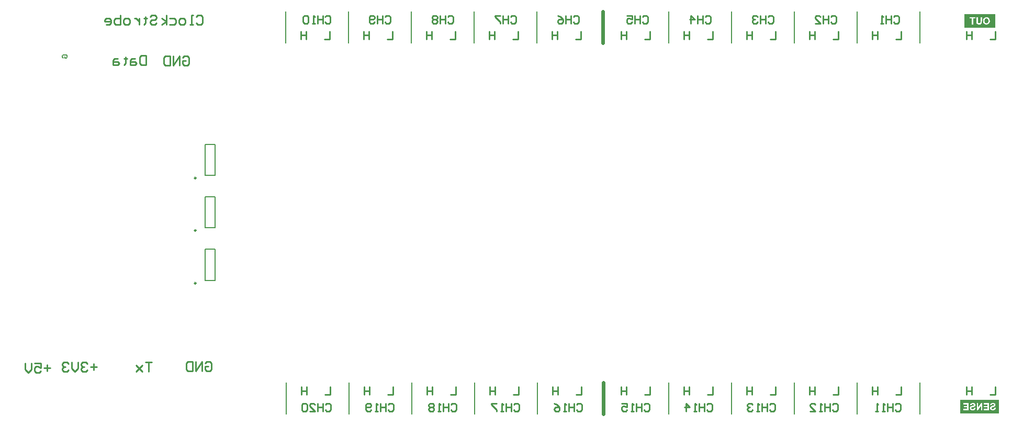
<source format=gbr>
%TF.GenerationSoftware,Altium Limited,Altium Designer,20.0.1 (14)*%
G04 Layer_Color=32896*
%FSLAX25Y25*%
%MOIN*%
%TF.FileFunction,Legend,Bot*%
%TF.Part,Single*%
G01*
G75*
%TA.AperFunction,NonConductor*%
%ADD32C,0.00984*%
%ADD33C,0.00800*%
%ADD34C,0.02362*%
%ADD35C,0.00787*%
%ADD36C,0.01000*%
G36*
X627624Y36322D02*
X608024D01*
Y44947D01*
X627624D01*
Y36322D01*
D02*
G37*
G36*
X630000Y-209378D02*
X605337D01*
Y-200748D01*
X630000D01*
Y-209378D01*
D02*
G37*
%LPC*%
G36*
X619185Y42870D02*
X618282D01*
Y40446D01*
Y40443D01*
Y40440D01*
Y40432D01*
Y40421D01*
Y40391D01*
Y40353D01*
Y40307D01*
X618279Y40255D01*
Y40198D01*
X618276Y40137D01*
X618273Y40009D01*
X618271Y39946D01*
X618268Y39886D01*
X618265Y39832D01*
X618260Y39780D01*
X618254Y39733D01*
X618249Y39698D01*
Y39695D01*
X618246Y39687D01*
X618241Y39671D01*
X618235Y39652D01*
X618227Y39630D01*
X618219Y39602D01*
X618205Y39572D01*
X618192Y39540D01*
X618175Y39504D01*
X618153Y39469D01*
X618131Y39433D01*
X618107Y39395D01*
X618077Y39359D01*
X618044Y39324D01*
X618009Y39288D01*
X617970Y39256D01*
X617968Y39253D01*
X617959Y39248D01*
X617949Y39239D01*
X617930Y39231D01*
X617908Y39217D01*
X617880Y39204D01*
X617850Y39190D01*
X617815Y39174D01*
X617774Y39157D01*
X617730Y39144D01*
X617681Y39130D01*
X617626Y39116D01*
X617569Y39108D01*
X617509Y39100D01*
X617444Y39095D01*
X617375Y39092D01*
X617337D01*
X617312Y39095D01*
X617280Y39097D01*
X617244Y39100D01*
X617203Y39106D01*
X617160Y39111D01*
X617064Y39130D01*
X617018Y39144D01*
X616968Y39157D01*
X616922Y39176D01*
X616876Y39196D01*
X616835Y39220D01*
X616797Y39248D01*
X616794Y39250D01*
X616788Y39256D01*
X616777Y39264D01*
X616764Y39275D01*
X616750Y39291D01*
X616731Y39310D01*
X616712Y39332D01*
X616693Y39357D01*
X616652Y39411D01*
X616614Y39477D01*
X616581Y39553D01*
X616567Y39594D01*
X616559Y39635D01*
Y39638D01*
X616556Y39646D01*
Y39660D01*
X616554Y39679D01*
X616548Y39703D01*
X616545Y39736D01*
X616543Y39772D01*
X616537Y39815D01*
X616535Y39865D01*
X616532Y39922D01*
X616526Y39985D01*
X616524Y40053D01*
X616521Y40127D01*
Y40209D01*
X616518Y40299D01*
Y40394D01*
Y42870D01*
X615615D01*
Y40389D01*
X615617Y40356D01*
Y40323D01*
Y40247D01*
X615620Y40165D01*
X615623Y40075D01*
X615628Y39982D01*
X615634Y39889D01*
X615639Y39794D01*
X615645Y39701D01*
X615653Y39611D01*
X615664Y39526D01*
X615674Y39450D01*
X615683Y39414D01*
X615688Y39381D01*
Y39379D01*
X615691Y39368D01*
X615696Y39349D01*
X615702Y39327D01*
X615710Y39297D01*
X615721Y39264D01*
X615735Y39226D01*
X615748Y39187D01*
X615786Y39097D01*
X615833Y39005D01*
X615860Y38955D01*
X615890Y38909D01*
X615923Y38863D01*
X615958Y38819D01*
X615961Y38816D01*
X615967Y38808D01*
X615977Y38797D01*
X615994Y38781D01*
X616013Y38762D01*
X616038Y38740D01*
X616065Y38715D01*
X616098Y38688D01*
X616133Y38658D01*
X616174Y38631D01*
X616218Y38601D01*
X616264Y38568D01*
X616313Y38540D01*
X616368Y38510D01*
X616425Y38483D01*
X616485Y38456D01*
X616488Y38453D01*
X616502Y38450D01*
X616518Y38445D01*
X616545Y38434D01*
X616578Y38426D01*
X616619Y38415D01*
X616666Y38401D01*
X616717Y38390D01*
X616775Y38377D01*
X616840Y38366D01*
X616911Y38352D01*
X616988Y38344D01*
X617069Y38336D01*
X617157Y38328D01*
X617250Y38325D01*
X617348Y38322D01*
X617408D01*
X617454Y38325D01*
X617506Y38328D01*
X617569Y38330D01*
X617637Y38333D01*
X617711Y38341D01*
X617788Y38347D01*
X617867Y38357D01*
X618028Y38382D01*
X618107Y38399D01*
X618183Y38420D01*
X618254Y38442D01*
X618320Y38467D01*
X618323Y38469D01*
X618333Y38475D01*
X618353Y38483D01*
X618374Y38494D01*
X618402Y38508D01*
X618435Y38527D01*
X618470Y38546D01*
X618508Y38570D01*
X618549Y38595D01*
X618593Y38625D01*
X618680Y38691D01*
X618765Y38764D01*
X618806Y38805D01*
X618844Y38849D01*
X618847Y38852D01*
X618852Y38860D01*
X618863Y38873D01*
X618874Y38890D01*
X618890Y38912D01*
X618907Y38939D01*
X618926Y38966D01*
X618948Y39002D01*
X618970Y39037D01*
X618989Y39075D01*
X619032Y39160D01*
X619068Y39253D01*
X619084Y39299D01*
X619098Y39349D01*
Y39354D01*
X619101Y39368D01*
X619106Y39390D01*
X619112Y39419D01*
X619117Y39461D01*
X619125Y39510D01*
X619133Y39567D01*
X619142Y39635D01*
X619150Y39709D01*
X619158Y39794D01*
X619166Y39886D01*
X619172Y39990D01*
X619177Y40099D01*
X619183Y40219D01*
X619185Y40348D01*
Y42870D01*
D02*
G37*
G36*
X614984D02*
X611427D01*
Y42114D01*
X612753D01*
Y38396D01*
X613657D01*
Y42114D01*
X614984D01*
Y42870D01*
D02*
G37*
G36*
X622063Y42947D02*
X622019D01*
X621994Y42944D01*
X621967D01*
X621934Y42941D01*
X621899Y42939D01*
X621858Y42933D01*
X621814Y42928D01*
X621768Y42922D01*
X621719Y42914D01*
X621664Y42906D01*
X621609Y42895D01*
X621492Y42870D01*
X621369Y42838D01*
X621241Y42796D01*
X621110Y42747D01*
X620976Y42687D01*
X620911Y42655D01*
X620845Y42616D01*
X620780Y42578D01*
X620717Y42534D01*
X620654Y42491D01*
X620594Y42442D01*
X620537Y42387D01*
X620479Y42332D01*
X620477Y42330D01*
X620474Y42324D01*
X620466Y42316D01*
X620455Y42305D01*
X620441Y42289D01*
X620425Y42270D01*
X620406Y42245D01*
X620387Y42221D01*
X620365Y42191D01*
X620340Y42158D01*
X620316Y42122D01*
X620291Y42081D01*
X620264Y42038D01*
X620236Y41991D01*
X620209Y41942D01*
X620182Y41890D01*
X620154Y41833D01*
X620127Y41776D01*
X620100Y41713D01*
X620073Y41647D01*
X620048Y41579D01*
X620023Y41508D01*
X619999Y41431D01*
X619977Y41355D01*
X619958Y41273D01*
X619939Y41191D01*
X619922Y41104D01*
X619909Y41014D01*
X619898Y40921D01*
X619890Y40826D01*
X619887Y40727D01*
X619884Y40626D01*
Y40580D01*
X619887Y40552D01*
Y40522D01*
X619890Y40487D01*
X619892Y40449D01*
X619898Y40405D01*
X619903Y40356D01*
X619909Y40304D01*
X619914Y40252D01*
X619922Y40195D01*
X619933Y40135D01*
X619958Y40009D01*
X619988Y39875D01*
X620029Y39736D01*
X620075Y39594D01*
X620133Y39455D01*
X620165Y39384D01*
X620201Y39316D01*
X620239Y39248D01*
X620280Y39179D01*
X620324Y39114D01*
X620370Y39051D01*
X620419Y38991D01*
X620474Y38931D01*
X620477Y38928D01*
X620479Y38925D01*
X620490Y38917D01*
X620501Y38903D01*
X620517Y38890D01*
X620534Y38873D01*
X620556Y38857D01*
X620580Y38835D01*
X620610Y38813D01*
X620640Y38789D01*
X620676Y38764D01*
X620711Y38737D01*
X620752Y38712D01*
X620796Y38682D01*
X620842Y38655D01*
X620892Y38628D01*
X620943Y38598D01*
X620998Y38570D01*
X621058Y38543D01*
X621118Y38516D01*
X621181Y38489D01*
X621246Y38464D01*
X621388Y38418D01*
X621539Y38379D01*
X621700Y38349D01*
X621781Y38338D01*
X621869Y38330D01*
X621959Y38325D01*
X622049Y38322D01*
X622093D01*
X622117Y38325D01*
X622145D01*
X622177Y38328D01*
X622216Y38333D01*
X622254Y38336D01*
X622297Y38341D01*
X622347Y38347D01*
X622396Y38355D01*
X622450Y38363D01*
X622505Y38374D01*
X622622Y38399D01*
X622748Y38431D01*
X622876Y38469D01*
X623007Y38519D01*
X623141Y38579D01*
X623207Y38611D01*
X623272Y38647D01*
X623338Y38685D01*
X623400Y38729D01*
X623463Y38772D01*
X623523Y38822D01*
X623581Y38873D01*
X623638Y38928D01*
X623641Y38931D01*
X623643Y38936D01*
X623652Y38945D01*
X623663Y38955D01*
X623676Y38972D01*
X623693Y38991D01*
X623709Y39013D01*
X623731Y39040D01*
X623753Y39070D01*
X623774Y39103D01*
X623799Y39138D01*
X623824Y39176D01*
X623851Y39220D01*
X623878Y39264D01*
X623906Y39313D01*
X623933Y39365D01*
X623960Y39422D01*
X623987Y39480D01*
X624015Y39540D01*
X624042Y39605D01*
X624066Y39673D01*
X624091Y39742D01*
X624113Y39815D01*
X624135Y39892D01*
X624154Y39971D01*
X624173Y40053D01*
X624189Y40137D01*
X624203Y40225D01*
X624214Y40318D01*
X624222Y40411D01*
X624225Y40506D01*
X624228Y40604D01*
Y40651D01*
X624225Y40670D01*
Y40694D01*
Y40719D01*
X624222Y40776D01*
X624217Y40845D01*
X624211Y40921D01*
X624203Y41006D01*
X624192Y41093D01*
X624179Y41186D01*
X624162Y41281D01*
X624140Y41380D01*
X624118Y41475D01*
X624091Y41571D01*
X624058Y41664D01*
X624023Y41754D01*
X624020Y41756D01*
X624015Y41770D01*
X624007Y41786D01*
X623996Y41811D01*
X623979Y41841D01*
X623960Y41877D01*
X623938Y41915D01*
X623914Y41958D01*
X623886Y42005D01*
X623854Y42054D01*
X623821Y42103D01*
X623783Y42155D01*
X623744Y42210D01*
X623701Y42261D01*
X623608Y42365D01*
X623605Y42368D01*
X623597Y42376D01*
X623581Y42393D01*
X623561Y42409D01*
X623537Y42433D01*
X623507Y42458D01*
X623474Y42488D01*
X623436Y42518D01*
X623395Y42551D01*
X623349Y42584D01*
X623302Y42619D01*
X623250Y42652D01*
X623141Y42717D01*
X623084Y42745D01*
X623026Y42772D01*
X623021Y42775D01*
X623007Y42780D01*
X622986Y42788D01*
X622953Y42799D01*
X622912Y42813D01*
X622865Y42827D01*
X622811Y42843D01*
X622748Y42859D01*
X622682Y42876D01*
X622609Y42892D01*
X622527Y42906D01*
X622442Y42919D01*
X622355Y42930D01*
X622262Y42939D01*
X622164Y42944D01*
X622063Y42947D01*
D02*
G37*
%LPD*%
G36*
X622106Y42171D02*
X622145Y42169D01*
X622191Y42163D01*
X622246Y42155D01*
X622308Y42141D01*
X622374Y42128D01*
X622445Y42106D01*
X622519Y42081D01*
X622592Y42051D01*
X622669Y42013D01*
X622745Y41969D01*
X622819Y41917D01*
X622887Y41860D01*
X622955Y41792D01*
X622958Y41786D01*
X622969Y41773D01*
X622988Y41751D01*
X623007Y41721D01*
X623035Y41680D01*
X623065Y41631D01*
X623095Y41571D01*
X623125Y41505D01*
X623157Y41429D01*
X623187Y41341D01*
X623217Y41249D01*
X623242Y41145D01*
X623264Y41030D01*
X623283Y40907D01*
X623294Y40776D01*
X623297Y40637D01*
Y40634D01*
Y40629D01*
Y40618D01*
Y40604D01*
X623294Y40585D01*
Y40563D01*
Y40539D01*
X623291Y40512D01*
X623288Y40481D01*
X623286Y40449D01*
X623278Y40375D01*
X623267Y40293D01*
X623253Y40209D01*
X623234Y40116D01*
X623209Y40020D01*
X623182Y39925D01*
X623149Y39829D01*
X623108Y39736D01*
X623062Y39646D01*
X623007Y39562D01*
X622944Y39482D01*
X622939Y39477D01*
X622928Y39466D01*
X622909Y39447D01*
X622882Y39422D01*
X622846Y39392D01*
X622805Y39359D01*
X622756Y39324D01*
X622702Y39288D01*
X622639Y39250D01*
X622571Y39215D01*
X622500Y39182D01*
X622420Y39152D01*
X622336Y39127D01*
X622246Y39108D01*
X622150Y39097D01*
X622052Y39092D01*
X622027D01*
X622000Y39095D01*
X621962Y39097D01*
X621915Y39103D01*
X621863Y39114D01*
X621803Y39125D01*
X621738Y39141D01*
X621670Y39160D01*
X621599Y39187D01*
X621525Y39217D01*
X621451Y39256D01*
X621378Y39299D01*
X621304Y39351D01*
X621233Y39411D01*
X621167Y39480D01*
X621165Y39485D01*
X621154Y39499D01*
X621135Y39520D01*
X621113Y39553D01*
X621088Y39594D01*
X621058Y39643D01*
X621025Y39703D01*
X620993Y39772D01*
X620962Y39851D01*
X620930Y39935D01*
X620900Y40031D01*
X620875Y40137D01*
X620853Y40252D01*
X620834Y40375D01*
X620823Y40506D01*
X620821Y40648D01*
Y40651D01*
Y40656D01*
Y40667D01*
Y40681D01*
Y40700D01*
X620823Y40722D01*
Y40746D01*
X620826Y40774D01*
X620829Y40804D01*
X620831Y40839D01*
X620840Y40913D01*
X620848Y40992D01*
X620861Y41079D01*
X620881Y41172D01*
X620902Y41265D01*
X620930Y41361D01*
X620962Y41456D01*
X621001Y41549D01*
X621047Y41636D01*
X621099Y41721D01*
X621159Y41795D01*
X621162Y41800D01*
X621175Y41811D01*
X621195Y41830D01*
X621219Y41855D01*
X621255Y41882D01*
X621296Y41915D01*
X621342Y41950D01*
X621397Y41986D01*
X621457Y42018D01*
X621525Y42054D01*
X621599Y42087D01*
X621678Y42114D01*
X621762Y42139D01*
X621852Y42158D01*
X621951Y42169D01*
X622052Y42174D01*
X622076D01*
X622106Y42171D01*
D02*
G37*
%LPC*%
G36*
X619420Y-202824D02*
X618540D01*
X616709Y-205814D01*
Y-202824D01*
X615868D01*
Y-207299D01*
X616777D01*
X618581Y-204380D01*
Y-207299D01*
X619420D01*
Y-202824D01*
D02*
G37*
G36*
X623602D02*
X620282D01*
Y-203580D01*
X622698D01*
Y-204574D01*
X620449D01*
Y-205328D01*
X622698D01*
Y-206545D01*
X620198D01*
Y-207299D01*
X623602D01*
Y-202824D01*
D02*
G37*
G36*
X610744D02*
X607424D01*
Y-203580D01*
X609840D01*
Y-204574D01*
X607590D01*
Y-205328D01*
X609840D01*
Y-206545D01*
X607339D01*
Y-207299D01*
X610744D01*
Y-202824D01*
D02*
G37*
G36*
X626206Y-202748D02*
X626149D01*
X626124Y-202751D01*
X626097D01*
X626067Y-202753D01*
X626034Y-202756D01*
X625999Y-202759D01*
X625917Y-202767D01*
X625827Y-202778D01*
X625731Y-202794D01*
X625630Y-202813D01*
X625527Y-202838D01*
X625420Y-202868D01*
X625314Y-202904D01*
X625213Y-202944D01*
X625114Y-202994D01*
X625022Y-203051D01*
X624937Y-203116D01*
X624931Y-203122D01*
X624918Y-203133D01*
X624899Y-203155D01*
X624869Y-203185D01*
X624839Y-203220D01*
X624800Y-203267D01*
X624762Y-203318D01*
X624721Y-203379D01*
X624680Y-203444D01*
X624639Y-203518D01*
X624604Y-203600D01*
X624568Y-203687D01*
X624538Y-203783D01*
X624514Y-203884D01*
X624497Y-203990D01*
X624489Y-204102D01*
X625393Y-204143D01*
Y-204140D01*
X625396Y-204127D01*
X625398Y-204110D01*
X625404Y-204086D01*
X625412Y-204058D01*
X625423Y-204026D01*
X625434Y-203990D01*
X625448Y-203952D01*
X625480Y-203870D01*
X625524Y-203788D01*
X625549Y-203747D01*
X625578Y-203712D01*
X625608Y-203676D01*
X625644Y-203646D01*
X625647Y-203643D01*
X625652Y-203641D01*
X625663Y-203632D01*
X625679Y-203622D01*
X625699Y-203610D01*
X625723Y-203600D01*
X625753Y-203586D01*
X625786Y-203570D01*
X625824Y-203556D01*
X625865Y-203542D01*
X625912Y-203531D01*
X625963Y-203520D01*
X626021Y-203509D01*
X626081Y-203501D01*
X626146Y-203499D01*
X626215Y-203496D01*
X626253D01*
X626280Y-203499D01*
X626313Y-203501D01*
X626351Y-203504D01*
X626395Y-203509D01*
X626441Y-203515D01*
X626540Y-203534D01*
X626591Y-203548D01*
X626641Y-203564D01*
X626692Y-203583D01*
X626742Y-203602D01*
X626788Y-203630D01*
X626832Y-203657D01*
X626834D01*
X626837Y-203662D01*
X626853Y-203676D01*
X626878Y-203698D01*
X626902Y-203731D01*
X626930Y-203772D01*
X626954Y-203818D01*
X626971Y-203873D01*
X626973Y-203903D01*
X626976Y-203935D01*
Y-203938D01*
Y-203944D01*
Y-203952D01*
X626973Y-203963D01*
X626968Y-203990D01*
X626960Y-204028D01*
X626943Y-204072D01*
X626919Y-204116D01*
X626905Y-204140D01*
X626886Y-204162D01*
X626867Y-204184D01*
X626842Y-204206D01*
X626840Y-204208D01*
X626834Y-204211D01*
X626823Y-204219D01*
X626804Y-204230D01*
X626782Y-204244D01*
X626752Y-204260D01*
X626717Y-204277D01*
X626673Y-204298D01*
X626624Y-204320D01*
X626564Y-204342D01*
X626496Y-204367D01*
X626419Y-204394D01*
X626335Y-204421D01*
X626236Y-204449D01*
X626185Y-204462D01*
X626130Y-204476D01*
X626073Y-204492D01*
X626013Y-204506D01*
X626010D01*
X626004Y-204509D01*
X625996D01*
X625983Y-204514D01*
X625969Y-204517D01*
X625950Y-204522D01*
X625928Y-204528D01*
X625903Y-204533D01*
X625849Y-204547D01*
X625786Y-204563D01*
X625718Y-204582D01*
X625641Y-204604D01*
X625565Y-204629D01*
X625483Y-204653D01*
X625322Y-204708D01*
X625243Y-204735D01*
X625169Y-204765D01*
X625098Y-204798D01*
X625035Y-204828D01*
X625033Y-204831D01*
X625022Y-204836D01*
X625005Y-204844D01*
X624983Y-204858D01*
X624956Y-204874D01*
X624926Y-204896D01*
X624891Y-204921D01*
X624855Y-204948D01*
X624817Y-204978D01*
X624776Y-205014D01*
X624735Y-205049D01*
X624694Y-205090D01*
X624653Y-205134D01*
X624612Y-205180D01*
X624577Y-205232D01*
X624541Y-205284D01*
X624538Y-205287D01*
X624533Y-205298D01*
X624525Y-205314D01*
X624514Y-205336D01*
X624500Y-205363D01*
X624484Y-205396D01*
X624467Y-205437D01*
X624451Y-205481D01*
X624435Y-205530D01*
X624418Y-205584D01*
X624402Y-205642D01*
X624388Y-205704D01*
X624377Y-205773D01*
X624369Y-205844D01*
X624364Y-205917D01*
X624361Y-205997D01*
Y-206035D01*
X624364Y-206062D01*
X624366Y-206095D01*
X624372Y-206136D01*
X624380Y-206182D01*
X624388Y-206231D01*
X624399Y-206286D01*
X624413Y-206341D01*
X624432Y-206401D01*
X624451Y-206463D01*
X624476Y-206526D01*
X624506Y-206589D01*
X624538Y-206655D01*
X624577Y-206717D01*
X624579Y-206720D01*
X624587Y-206731D01*
X624598Y-206750D01*
X624615Y-206772D01*
X624637Y-206799D01*
X624664Y-206832D01*
X624697Y-206867D01*
X624732Y-206906D01*
X624773Y-206947D01*
X624817Y-206988D01*
X624866Y-207029D01*
X624921Y-207069D01*
X624978Y-207110D01*
X625041Y-207149D01*
X625109Y-207184D01*
X625180Y-207217D01*
X625185Y-207220D01*
X625199Y-207225D01*
X625221Y-207230D01*
X625251Y-207241D01*
X625289Y-207255D01*
X625333Y-207269D01*
X625387Y-207282D01*
X625448Y-207296D01*
X625516Y-207312D01*
X625589Y-207326D01*
X625669Y-207340D01*
X625756Y-207353D01*
X625849Y-207364D01*
X625944Y-207370D01*
X626048Y-207375D01*
X626155Y-207378D01*
X626193D01*
X626212Y-207375D01*
X626236D01*
X626264Y-207372D01*
X626294D01*
X626329Y-207370D01*
X626365Y-207367D01*
X626447Y-207356D01*
X626537Y-207345D01*
X626635Y-207329D01*
X626739Y-207310D01*
X626845Y-207282D01*
X626954Y-207252D01*
X627064Y-207214D01*
X627170Y-207168D01*
X627271Y-207116D01*
X627369Y-207056D01*
X627459Y-206988D01*
X627465Y-206982D01*
X627479Y-206968D01*
X627503Y-206947D01*
X627530Y-206914D01*
X627566Y-206873D01*
X627607Y-206824D01*
X627651Y-206764D01*
X627697Y-206698D01*
X627743Y-206622D01*
X627793Y-206534D01*
X627836Y-206442D01*
X627880Y-206338D01*
X627918Y-206229D01*
X627954Y-206108D01*
X627981Y-205980D01*
X628003Y-205844D01*
X627124Y-205759D01*
Y-205765D01*
X627121Y-205778D01*
X627115Y-205800D01*
X627107Y-205830D01*
X627096Y-205868D01*
X627085Y-205909D01*
X627069Y-205956D01*
X627053Y-206005D01*
X627034Y-206059D01*
X627009Y-206111D01*
X626982Y-206166D01*
X626954Y-206220D01*
X626922Y-206272D01*
X626883Y-206321D01*
X626845Y-206368D01*
X626801Y-206409D01*
X626799Y-206412D01*
X626791Y-206417D01*
X626777Y-206428D01*
X626758Y-206442D01*
X626733Y-206458D01*
X626703Y-206474D01*
X626668Y-206493D01*
X626629Y-206512D01*
X626583Y-206532D01*
X626534Y-206551D01*
X626482Y-206567D01*
X626422Y-206583D01*
X626359Y-206597D01*
X626294Y-206608D01*
X626223Y-206613D01*
X626146Y-206616D01*
X626105D01*
X626075Y-206613D01*
X626037Y-206611D01*
X625996Y-206605D01*
X625950Y-206600D01*
X625901Y-206594D01*
X625794Y-206573D01*
X625740Y-206556D01*
X625685Y-206540D01*
X625630Y-206518D01*
X625581Y-206493D01*
X625532Y-206466D01*
X625488Y-206433D01*
X625486Y-206431D01*
X625478Y-206425D01*
X625467Y-206414D01*
X625453Y-206401D01*
X625436Y-206382D01*
X625417Y-206362D01*
X625398Y-206338D01*
X625377Y-206311D01*
X625355Y-206278D01*
X625336Y-206245D01*
X625300Y-206171D01*
X625286Y-206130D01*
X625273Y-206089D01*
X625267Y-206046D01*
X625265Y-205999D01*
Y-205997D01*
Y-205991D01*
Y-205983D01*
X625267Y-205972D01*
X625270Y-205942D01*
X625276Y-205907D01*
X625289Y-205863D01*
X625306Y-205819D01*
X625327Y-205773D01*
X625360Y-205729D01*
X625365Y-205724D01*
X625379Y-205710D01*
X625401Y-205688D01*
X625436Y-205663D01*
X625456Y-205647D01*
X625480Y-205633D01*
X625507Y-205617D01*
X625537Y-205601D01*
X625568Y-205584D01*
X625603Y-205568D01*
X625644Y-205552D01*
X625685Y-205535D01*
X625688D01*
X625693Y-205533D01*
X625704Y-205530D01*
X625718Y-205524D01*
X625740Y-205519D01*
X625764Y-205511D01*
X625797Y-205500D01*
X625835Y-205489D01*
X625879Y-205478D01*
X625931Y-205464D01*
X625991Y-205448D01*
X626056Y-205429D01*
X626133Y-205410D01*
X626215Y-205388D01*
X626307Y-205363D01*
X626408Y-205339D01*
X626411D01*
X626417Y-205336D01*
X626428Y-205333D01*
X626441Y-205330D01*
X626458Y-205325D01*
X626477Y-205319D01*
X626501Y-205314D01*
X626526Y-205306D01*
X626586Y-205290D01*
X626654Y-205268D01*
X626728Y-205243D01*
X626807Y-205216D01*
X626892Y-205186D01*
X626976Y-205150D01*
X627061Y-205115D01*
X627145Y-205077D01*
X627225Y-205036D01*
X627298Y-204989D01*
X627367Y-204945D01*
X627427Y-204896D01*
X627432Y-204891D01*
X627443Y-204880D01*
X627465Y-204858D01*
X627492Y-204831D01*
X627522Y-204795D01*
X627558Y-204752D01*
X627593Y-204702D01*
X627632Y-204645D01*
X627672Y-204582D01*
X627708Y-204514D01*
X627743Y-204440D01*
X627773Y-204361D01*
X627801Y-204277D01*
X627820Y-204187D01*
X627834Y-204094D01*
X627839Y-203995D01*
Y-203993D01*
Y-203979D01*
Y-203963D01*
X627836Y-203938D01*
X627834Y-203908D01*
X627828Y-203873D01*
X627822Y-203832D01*
X627814Y-203788D01*
X627803Y-203739D01*
X627793Y-203690D01*
X627776Y-203638D01*
X627757Y-203583D01*
X627735Y-203526D01*
X627708Y-203469D01*
X627678Y-203414D01*
X627645Y-203357D01*
X627642Y-203354D01*
X627637Y-203343D01*
X627626Y-203329D01*
X627610Y-203308D01*
X627588Y-203283D01*
X627563Y-203253D01*
X627536Y-203223D01*
X627503Y-203187D01*
X627465Y-203152D01*
X627424Y-203116D01*
X627378Y-203078D01*
X627328Y-203040D01*
X627274Y-203002D01*
X627216Y-202966D01*
X627154Y-202934D01*
X627088Y-202904D01*
X627083Y-202901D01*
X627072Y-202898D01*
X627050Y-202890D01*
X627023Y-202879D01*
X626987Y-202868D01*
X626946Y-202854D01*
X626897Y-202841D01*
X626840Y-202824D01*
X626780Y-202811D01*
X626711Y-202797D01*
X626641Y-202783D01*
X626561Y-202772D01*
X626479Y-202762D01*
X626392Y-202753D01*
X626302Y-202751D01*
X626206Y-202748D01*
D02*
G37*
G36*
X613348D02*
X613291D01*
X613266Y-202751D01*
X613239D01*
X613209Y-202753D01*
X613176Y-202756D01*
X613141Y-202759D01*
X613059Y-202767D01*
X612969Y-202778D01*
X612873Y-202794D01*
X612772Y-202813D01*
X612668Y-202838D01*
X612562Y-202868D01*
X612455Y-202904D01*
X612354Y-202944D01*
X612256Y-202994D01*
X612163Y-203051D01*
X612079Y-203116D01*
X612073Y-203122D01*
X612059Y-203133D01*
X612040Y-203155D01*
X612010Y-203185D01*
X611980Y-203220D01*
X611942Y-203267D01*
X611904Y-203318D01*
X611863Y-203379D01*
X611822Y-203444D01*
X611781Y-203518D01*
X611746Y-203600D01*
X611710Y-203687D01*
X611680Y-203783D01*
X611656Y-203884D01*
X611639Y-203990D01*
X611631Y-204102D01*
X612535Y-204143D01*
Y-204140D01*
X612537Y-204127D01*
X612540Y-204110D01*
X612545Y-204086D01*
X612554Y-204058D01*
X612565Y-204026D01*
X612575Y-203990D01*
X612589Y-203952D01*
X612622Y-203870D01*
X612666Y-203788D01*
X612690Y-203747D01*
X612720Y-203712D01*
X612750Y-203676D01*
X612786Y-203646D01*
X612788Y-203643D01*
X612794Y-203641D01*
X612805Y-203632D01*
X612821Y-203622D01*
X612840Y-203610D01*
X612865Y-203600D01*
X612895Y-203586D01*
X612928Y-203570D01*
X612966Y-203556D01*
X613007Y-203542D01*
X613053Y-203531D01*
X613105Y-203520D01*
X613162Y-203509D01*
X613223Y-203501D01*
X613288Y-203499D01*
X613356Y-203496D01*
X613394D01*
X613422Y-203499D01*
X613455Y-203501D01*
X613493Y-203504D01*
X613537Y-203509D01*
X613583Y-203515D01*
X613681Y-203534D01*
X613733Y-203548D01*
X613782Y-203564D01*
X613834Y-203583D01*
X613883Y-203602D01*
X613930Y-203630D01*
X613973Y-203657D01*
X613976D01*
X613979Y-203662D01*
X613995Y-203676D01*
X614020Y-203698D01*
X614044Y-203731D01*
X614072Y-203772D01*
X614096Y-203818D01*
X614113Y-203873D01*
X614115Y-203903D01*
X614118Y-203935D01*
Y-203938D01*
Y-203944D01*
Y-203952D01*
X614115Y-203963D01*
X614110Y-203990D01*
X614102Y-204028D01*
X614085Y-204072D01*
X614061Y-204116D01*
X614047Y-204140D01*
X614028Y-204162D01*
X614009Y-204184D01*
X613984Y-204206D01*
X613981Y-204208D01*
X613976Y-204211D01*
X613965Y-204219D01*
X613946Y-204230D01*
X613924Y-204244D01*
X613894Y-204260D01*
X613859Y-204277D01*
X613815Y-204298D01*
X613766Y-204320D01*
X613706Y-204342D01*
X613637Y-204367D01*
X613561Y-204394D01*
X613476Y-204421D01*
X613378Y-204449D01*
X613326Y-204462D01*
X613272Y-204476D01*
X613214Y-204492D01*
X613154Y-204506D01*
X613152D01*
X613146Y-204509D01*
X613138D01*
X613124Y-204514D01*
X613111Y-204517D01*
X613092Y-204522D01*
X613070Y-204528D01*
X613045Y-204533D01*
X612991Y-204547D01*
X612928Y-204563D01*
X612859Y-204582D01*
X612783Y-204604D01*
X612707Y-204629D01*
X612625Y-204653D01*
X612464Y-204708D01*
X612384Y-204735D01*
X612311Y-204765D01*
X612240Y-204798D01*
X612177Y-204828D01*
X612174Y-204831D01*
X612163Y-204836D01*
X612147Y-204844D01*
X612125Y-204858D01*
X612098Y-204874D01*
X612068Y-204896D01*
X612032Y-204921D01*
X611997Y-204948D01*
X611959Y-204978D01*
X611918Y-205014D01*
X611877Y-205049D01*
X611836Y-205090D01*
X611795Y-205134D01*
X611754Y-205180D01*
X611718Y-205232D01*
X611683Y-205284D01*
X611680Y-205287D01*
X611675Y-205298D01*
X611666Y-205314D01*
X611656Y-205336D01*
X611642Y-205363D01*
X611625Y-205396D01*
X611609Y-205437D01*
X611593Y-205481D01*
X611576Y-205530D01*
X611560Y-205584D01*
X611544Y-205642D01*
X611530Y-205704D01*
X611519Y-205773D01*
X611511Y-205844D01*
X611505Y-205917D01*
X611503Y-205997D01*
Y-206035D01*
X611505Y-206062D01*
X611508Y-206095D01*
X611514Y-206136D01*
X611522Y-206182D01*
X611530Y-206231D01*
X611541Y-206286D01*
X611554Y-206341D01*
X611574Y-206401D01*
X611593Y-206463D01*
X611617Y-206526D01*
X611647Y-206589D01*
X611680Y-206655D01*
X611718Y-206717D01*
X611721Y-206720D01*
X611729Y-206731D01*
X611740Y-206750D01*
X611757Y-206772D01*
X611778Y-206799D01*
X611806Y-206832D01*
X611838Y-206867D01*
X611874Y-206906D01*
X611915Y-206947D01*
X611959Y-206988D01*
X612008Y-207029D01*
X612062Y-207069D01*
X612120Y-207110D01*
X612182Y-207149D01*
X612251Y-207184D01*
X612322Y-207217D01*
X612327Y-207220D01*
X612341Y-207225D01*
X612363Y-207230D01*
X612393Y-207241D01*
X612431Y-207255D01*
X612474Y-207269D01*
X612529Y-207282D01*
X612589Y-207296D01*
X612657Y-207312D01*
X612731Y-207326D01*
X612810Y-207340D01*
X612898Y-207353D01*
X612991Y-207364D01*
X613086Y-207370D01*
X613190Y-207375D01*
X613296Y-207378D01*
X613334D01*
X613353Y-207375D01*
X613378D01*
X613405Y-207372D01*
X613436D01*
X613471Y-207370D01*
X613506Y-207367D01*
X613588Y-207356D01*
X613678Y-207345D01*
X613777Y-207329D01*
X613880Y-207310D01*
X613987Y-207282D01*
X614096Y-207252D01*
X614205Y-207214D01*
X614312Y-207168D01*
X614413Y-207116D01*
X614511Y-207056D01*
X614601Y-206988D01*
X614607Y-206982D01*
X614620Y-206968D01*
X614645Y-206947D01*
X614672Y-206914D01*
X614708Y-206873D01*
X614749Y-206824D01*
X614792Y-206764D01*
X614839Y-206698D01*
X614885Y-206622D01*
X614934Y-206534D01*
X614978Y-206442D01*
X615022Y-206338D01*
X615060Y-206229D01*
X615095Y-206108D01*
X615123Y-205980D01*
X615144Y-205844D01*
X614265Y-205759D01*
Y-205765D01*
X614263Y-205778D01*
X614257Y-205800D01*
X614249Y-205830D01*
X614238Y-205868D01*
X614227Y-205909D01*
X614211Y-205956D01*
X614194Y-206005D01*
X614175Y-206059D01*
X614151Y-206111D01*
X614123Y-206166D01*
X614096Y-206220D01*
X614063Y-206272D01*
X614025Y-206321D01*
X613987Y-206368D01*
X613943Y-206409D01*
X613940Y-206412D01*
X613932Y-206417D01*
X613919Y-206428D01*
X613900Y-206442D01*
X613875Y-206458D01*
X613845Y-206474D01*
X613809Y-206493D01*
X613771Y-206512D01*
X613725Y-206532D01*
X613676Y-206551D01*
X613624Y-206567D01*
X613564Y-206583D01*
X613501Y-206597D01*
X613436Y-206608D01*
X613365Y-206613D01*
X613288Y-206616D01*
X613247D01*
X613217Y-206613D01*
X613179Y-206611D01*
X613138Y-206605D01*
X613092Y-206600D01*
X613042Y-206594D01*
X612936Y-206573D01*
X612881Y-206556D01*
X612827Y-206540D01*
X612772Y-206518D01*
X612723Y-206493D01*
X612674Y-206466D01*
X612630Y-206433D01*
X612627Y-206431D01*
X612619Y-206425D01*
X612608Y-206414D01*
X612595Y-206401D01*
X612578Y-206382D01*
X612559Y-206362D01*
X612540Y-206338D01*
X612518Y-206311D01*
X612496Y-206278D01*
X612477Y-206245D01*
X612442Y-206171D01*
X612428Y-206130D01*
X612414Y-206089D01*
X612409Y-206046D01*
X612406Y-205999D01*
Y-205997D01*
Y-205991D01*
Y-205983D01*
X612409Y-205972D01*
X612412Y-205942D01*
X612417Y-205907D01*
X612431Y-205863D01*
X612447Y-205819D01*
X612469Y-205773D01*
X612502Y-205729D01*
X612507Y-205724D01*
X612521Y-205710D01*
X612543Y-205688D01*
X612578Y-205663D01*
X612597Y-205647D01*
X612622Y-205633D01*
X612649Y-205617D01*
X612679Y-205601D01*
X612709Y-205584D01*
X612745Y-205568D01*
X612786Y-205552D01*
X612827Y-205535D01*
X612829D01*
X612835Y-205533D01*
X612846Y-205530D01*
X612859Y-205524D01*
X612881Y-205519D01*
X612906Y-205511D01*
X612939Y-205500D01*
X612977Y-205489D01*
X613021Y-205478D01*
X613072Y-205464D01*
X613132Y-205448D01*
X613198Y-205429D01*
X613274Y-205410D01*
X613356Y-205388D01*
X613449Y-205363D01*
X613550Y-205339D01*
X613553D01*
X613558Y-205336D01*
X613569Y-205333D01*
X613583Y-205330D01*
X613599Y-205325D01*
X613618Y-205319D01*
X613643Y-205314D01*
X613667Y-205306D01*
X613728Y-205290D01*
X613796Y-205268D01*
X613869Y-205243D01*
X613949Y-205216D01*
X614033Y-205186D01*
X614118Y-205150D01*
X614203Y-205115D01*
X614287Y-205077D01*
X614366Y-205036D01*
X614440Y-204989D01*
X614508Y-204945D01*
X614568Y-204896D01*
X614574Y-204891D01*
X614585Y-204880D01*
X614607Y-204858D01*
X614634Y-204831D01*
X614664Y-204795D01*
X614699Y-204752D01*
X614735Y-204702D01*
X614773Y-204645D01*
X614814Y-204582D01*
X614850Y-204514D01*
X614885Y-204440D01*
X614915Y-204361D01*
X614942Y-204277D01*
X614961Y-204187D01*
X614975Y-204094D01*
X614981Y-203995D01*
Y-203993D01*
Y-203979D01*
Y-203963D01*
X614978Y-203938D01*
X614975Y-203908D01*
X614970Y-203873D01*
X614964Y-203832D01*
X614956Y-203788D01*
X614945Y-203739D01*
X614934Y-203690D01*
X614918Y-203638D01*
X614899Y-203583D01*
X614877Y-203526D01*
X614850Y-203469D01*
X614820Y-203414D01*
X614787Y-203357D01*
X614784Y-203354D01*
X614779Y-203343D01*
X614768Y-203329D01*
X614751Y-203308D01*
X614729Y-203283D01*
X614705Y-203253D01*
X614678Y-203223D01*
X614645Y-203187D01*
X614607Y-203152D01*
X614566Y-203116D01*
X614519Y-203078D01*
X614470Y-203040D01*
X614416Y-203002D01*
X614358Y-202966D01*
X614295Y-202934D01*
X614230Y-202904D01*
X614224Y-202901D01*
X614214Y-202898D01*
X614192Y-202890D01*
X614164Y-202879D01*
X614129Y-202868D01*
X614088Y-202854D01*
X614039Y-202841D01*
X613981Y-202824D01*
X613921Y-202811D01*
X613853Y-202797D01*
X613782Y-202783D01*
X613703Y-202772D01*
X613621Y-202762D01*
X613534Y-202753D01*
X613444Y-202751D01*
X613348Y-202748D01*
D02*
G37*
%LPD*%
D32*
X118532Y-126435D02*
G03*
X118532Y-126435I-492J0D01*
G01*
Y-92881D02*
G03*
X118532Y-92881I-492J0D01*
G01*
X118532Y-59482D02*
G03*
X118532Y-59482I-492J0D01*
G01*
D33*
X579824Y-209755D02*
Y-189755D01*
X539824Y-209755D02*
Y-189755D01*
X499824Y-209755D02*
Y-189755D01*
X459824Y-209755D02*
Y-189755D01*
X419824Y-209755D02*
Y-189755D01*
X335887Y-209755D02*
Y-189755D01*
X295887Y-209755D02*
Y-189755D01*
X255887Y-209755D02*
Y-189755D01*
X215887Y-209755D02*
Y-189755D01*
X175887Y-209755D02*
Y-189755D01*
X579724Y26445D02*
Y46445D01*
X539724Y26445D02*
Y46445D01*
X499724Y26445D02*
Y46445D01*
X459724Y26445D02*
Y46445D01*
X419724Y26445D02*
Y46445D01*
X335787Y26445D02*
Y46445D01*
X295787Y26445D02*
Y46445D01*
X255787Y26445D02*
Y46445D01*
X215787Y26445D02*
Y46445D01*
X175787Y26445D02*
Y46445D01*
X34001Y17001D02*
X33501Y17501D01*
Y18500D01*
X34001Y19000D01*
X36000D01*
X36500Y18500D01*
Y17501D01*
X36000Y17001D01*
X35001D01*
Y18000D01*
D34*
X377887Y-209755D02*
Y-189755D01*
X377787Y26445D02*
Y46445D01*
D35*
X124437Y-124575D02*
Y-104890D01*
X130736Y-124575D02*
Y-104890D01*
X124437Y-124575D02*
X130736D01*
X124437Y-104890D02*
X130736D01*
X124437Y-91021D02*
Y-71335D01*
X130736Y-91021D02*
Y-71335D01*
X124437Y-91021D02*
X130736D01*
X124437Y-71335D02*
X130736D01*
X124438Y-57622D02*
Y-37937D01*
X130737Y-57622D02*
Y-37937D01*
X124438Y-57622D02*
X130737D01*
X124438Y-37937D02*
X130737D01*
D36*
X25700Y-180501D02*
X21701D01*
X23701Y-178502D02*
Y-182500D01*
X15703Y-177502D02*
X19702D01*
Y-180501D01*
X17703Y-179501D01*
X16703D01*
X15703Y-180501D01*
Y-182500D01*
X16703Y-183500D01*
X18702D01*
X19702Y-182500D01*
X13704Y-177502D02*
Y-181501D01*
X11705Y-183500D01*
X9705Y-181501D01*
Y-177502D01*
X55200Y-179901D02*
X51201D01*
X53201Y-177902D02*
Y-181900D01*
X49202Y-177902D02*
X48202Y-176902D01*
X46203D01*
X45203Y-177902D01*
Y-178901D01*
X46203Y-179901D01*
X47203D01*
X46203D01*
X45203Y-180901D01*
Y-181900D01*
X46203Y-182900D01*
X48202D01*
X49202Y-181900D01*
X43204Y-176902D02*
Y-180901D01*
X41205Y-182900D01*
X39205Y-180901D01*
Y-176902D01*
X37206Y-177902D02*
X36206Y-176902D01*
X34207D01*
X33207Y-177902D01*
Y-178901D01*
X34207Y-179901D01*
X35206D01*
X34207D01*
X33207Y-180901D01*
Y-181900D01*
X34207Y-182900D01*
X36206D01*
X37206Y-181900D01*
X90400Y-176702D02*
X86401D01*
X88401D01*
Y-182700D01*
X84402Y-178701D02*
X80403Y-182700D01*
X82403Y-180701D01*
X80403Y-178701D01*
X84402Y-182700D01*
X124301Y-177502D02*
X125301Y-176502D01*
X127300D01*
X128300Y-177502D01*
Y-181500D01*
X127300Y-182500D01*
X125301D01*
X124301Y-181500D01*
Y-179501D01*
X126301D01*
X122302Y-182500D02*
Y-176502D01*
X118303Y-182500D01*
Y-176502D01*
X116304D02*
Y-182500D01*
X113305D01*
X112305Y-181500D01*
Y-177502D01*
X113305Y-176502D01*
X116304D01*
X86800Y18498D02*
Y12500D01*
X83801D01*
X82801Y13500D01*
Y17498D01*
X83801Y18498D01*
X86800D01*
X79802Y16499D02*
X77803D01*
X76803Y15499D01*
Y12500D01*
X79802D01*
X80802Y13500D01*
X79802Y14499D01*
X76803D01*
X73804Y17498D02*
Y16499D01*
X74804D01*
X72804D01*
X73804D01*
Y13500D01*
X72804Y12500D01*
X68806Y16499D02*
X66807D01*
X65807Y15499D01*
Y12500D01*
X68806D01*
X69806Y13500D01*
X68806Y14499D01*
X65807D01*
X110101Y17198D02*
X111101Y18198D01*
X113100D01*
X114100Y17198D01*
Y13200D01*
X113100Y12200D01*
X111101D01*
X110101Y13200D01*
Y15199D01*
X112101D01*
X108102Y12200D02*
Y18198D01*
X104103Y12200D01*
Y18198D01*
X102104D02*
Y12200D01*
X99105D01*
X98105Y13200D01*
Y17198D01*
X99105Y18198D01*
X102104D01*
X118801Y43298D02*
X119801Y44298D01*
X121800D01*
X122800Y43298D01*
Y39300D01*
X121800Y38300D01*
X119801D01*
X118801Y39300D01*
X116802Y38300D02*
X114803D01*
X115802D01*
Y44298D01*
X116802D01*
X110804Y38300D02*
X108805D01*
X107805Y39300D01*
Y41299D01*
X108805Y42299D01*
X110804D01*
X111804Y41299D01*
Y39300D01*
X110804Y38300D01*
X101807Y42299D02*
X104806D01*
X105806Y41299D01*
Y39300D01*
X104806Y38300D01*
X101807D01*
X99807D02*
Y44298D01*
Y40299D02*
X96808Y42299D01*
X99807Y40299D02*
X96808Y38300D01*
X89301Y43098D02*
X90301Y44098D01*
X92300D01*
X93300Y43098D01*
Y42099D01*
X92300Y41099D01*
X90301D01*
X89301Y40099D01*
Y39100D01*
X90301Y38100D01*
X92300D01*
X93300Y39100D01*
X86302Y43098D02*
Y42099D01*
X87302D01*
X85303D01*
X86302D01*
Y39100D01*
X85303Y38100D01*
X82304Y42099D02*
Y38100D01*
Y40099D01*
X81304Y41099D01*
X80304Y42099D01*
X79304D01*
X75306Y38100D02*
X73307D01*
X72307Y39100D01*
Y41099D01*
X73307Y42099D01*
X75306D01*
X76306Y41099D01*
Y39100D01*
X75306Y38100D01*
X70307Y44098D02*
Y38100D01*
X67308D01*
X66309Y39100D01*
Y40099D01*
Y41099D01*
X67308Y42099D01*
X70307D01*
X61310Y38100D02*
X63310D01*
X64309Y39100D01*
Y41099D01*
X63310Y42099D01*
X61310D01*
X60311Y41099D01*
Y40099D01*
X64309D01*
X627824Y-192478D02*
Y-197476D01*
X624492D01*
X612829Y-192478D02*
Y-197476D01*
Y-194977D01*
X609497D01*
Y-192478D01*
Y-197476D01*
X243887Y-192478D02*
Y-197476D01*
X240555D01*
X228892Y-192478D02*
Y-197476D01*
Y-194977D01*
X225560D01*
Y-192478D01*
Y-197476D01*
X240949Y-203790D02*
X241782Y-202957D01*
X243448D01*
X244281Y-203790D01*
Y-207122D01*
X243448Y-207955D01*
X241782D01*
X240949Y-207122D01*
X239283Y-202957D02*
Y-207955D01*
Y-205456D01*
X235950D01*
Y-202957D01*
Y-207955D01*
X234284D02*
X232618D01*
X233451D01*
Y-202957D01*
X234284Y-203790D01*
X230119Y-207122D02*
X229286Y-207955D01*
X227620D01*
X226787Y-207122D01*
Y-203790D01*
X227620Y-202957D01*
X229286D01*
X230119Y-203790D01*
Y-204623D01*
X229286Y-205456D01*
X226787D01*
X567824Y-192478D02*
Y-197476D01*
X564492D01*
X552829Y-192478D02*
Y-197476D01*
Y-194977D01*
X549497D01*
Y-192478D01*
Y-197476D01*
X407824Y-192478D02*
Y-197476D01*
X404492D01*
X392829Y-192478D02*
Y-197476D01*
Y-194977D01*
X389497D01*
Y-192478D01*
Y-197476D01*
X447824Y-192478D02*
Y-197476D01*
X444492D01*
X432829Y-192478D02*
Y-197476D01*
Y-194977D01*
X429497D01*
Y-192478D01*
Y-197476D01*
X283887Y-192478D02*
Y-197476D01*
X280555D01*
X268892Y-192478D02*
Y-197476D01*
Y-194977D01*
X265560D01*
Y-192478D01*
Y-197476D01*
X323887Y-192478D02*
Y-197476D01*
X320555D01*
X308892Y-192478D02*
Y-197476D01*
Y-194977D01*
X305560D01*
Y-192478D01*
Y-197476D01*
X563992Y-203790D02*
X564825Y-202957D01*
X566491D01*
X567324Y-203790D01*
Y-207122D01*
X566491Y-207955D01*
X564825D01*
X563992Y-207122D01*
X562326Y-202957D02*
Y-207955D01*
Y-205456D01*
X558994D01*
Y-202957D01*
Y-207955D01*
X557328D02*
X555661D01*
X556495D01*
Y-202957D01*
X557328Y-203790D01*
X553162Y-207955D02*
X551496D01*
X552329D01*
Y-202957D01*
X553162Y-203790D01*
X403992D02*
X404825Y-202957D01*
X406491D01*
X407324Y-203790D01*
Y-207122D01*
X406491Y-207955D01*
X404825D01*
X403992Y-207122D01*
X402326Y-202957D02*
Y-207955D01*
Y-205456D01*
X398994D01*
Y-202957D01*
Y-207955D01*
X397328D02*
X395661D01*
X396495D01*
Y-202957D01*
X397328Y-203790D01*
X389830Y-202957D02*
X393162D01*
Y-205456D01*
X391496Y-204623D01*
X390663D01*
X389830Y-205456D01*
Y-207122D01*
X390663Y-207955D01*
X392329D01*
X393162Y-207122D01*
X443992Y-203790D02*
X444825Y-202957D01*
X446491D01*
X447324Y-203790D01*
Y-207122D01*
X446491Y-207955D01*
X444825D01*
X443992Y-207122D01*
X442326Y-202957D02*
Y-207955D01*
Y-205456D01*
X438994D01*
Y-202957D01*
Y-207955D01*
X437328D02*
X435662D01*
X436495D01*
Y-202957D01*
X437328Y-203790D01*
X430663Y-207955D02*
Y-202957D01*
X433162Y-205456D01*
X429830D01*
X280949Y-203790D02*
X281782Y-202957D01*
X283448D01*
X284281Y-203790D01*
Y-207122D01*
X283448Y-207955D01*
X281782D01*
X280949Y-207122D01*
X279283Y-202957D02*
Y-207955D01*
Y-205456D01*
X275951D01*
Y-202957D01*
Y-207955D01*
X274284D02*
X272618D01*
X273451D01*
Y-202957D01*
X274284Y-203790D01*
X270119D02*
X269286Y-202957D01*
X267620D01*
X266787Y-203790D01*
Y-204623D01*
X267620Y-205456D01*
X266787Y-206289D01*
Y-207122D01*
X267620Y-207955D01*
X269286D01*
X270119Y-207122D01*
Y-206289D01*
X269286Y-205456D01*
X270119Y-204623D01*
Y-203790D01*
X269286Y-205456D02*
X267620D01*
X320949Y-203790D02*
X321782Y-202957D01*
X323448D01*
X324281Y-203790D01*
Y-207122D01*
X323448Y-207955D01*
X321782D01*
X320949Y-207122D01*
X319283Y-202957D02*
Y-207955D01*
Y-205456D01*
X315950D01*
Y-202957D01*
Y-207955D01*
X314284D02*
X312618D01*
X313451D01*
Y-202957D01*
X314284Y-203790D01*
X310119Y-202957D02*
X306787D01*
Y-203790D01*
X310119Y-207122D01*
Y-207955D01*
X527824Y-192478D02*
Y-197476D01*
X524492D01*
X512829Y-192478D02*
Y-197476D01*
Y-194977D01*
X509497D01*
Y-192478D01*
Y-197476D01*
X487824Y-192478D02*
Y-197476D01*
X484492D01*
X472829Y-192478D02*
Y-197476D01*
Y-194977D01*
X469497D01*
Y-192478D01*
Y-197476D01*
X363887Y-192478D02*
Y-197476D01*
X360555D01*
X348892Y-192478D02*
Y-197476D01*
Y-194977D01*
X345560D01*
Y-192478D01*
Y-197476D01*
X203887Y-192478D02*
Y-197476D01*
X200555D01*
X188892Y-192478D02*
Y-197476D01*
Y-194977D01*
X185560D01*
Y-192478D01*
Y-197476D01*
X523992Y-203790D02*
X524825Y-202957D01*
X526491D01*
X527324Y-203790D01*
Y-207122D01*
X526491Y-207955D01*
X524825D01*
X523992Y-207122D01*
X522326Y-202957D02*
Y-207955D01*
Y-205456D01*
X518994D01*
Y-202957D01*
Y-207955D01*
X517328D02*
X515661D01*
X516495D01*
Y-202957D01*
X517328Y-203790D01*
X509830Y-207955D02*
X513162D01*
X509830Y-204623D01*
Y-203790D01*
X510663Y-202957D01*
X512329D01*
X513162Y-203790D01*
X483992D02*
X484825Y-202957D01*
X486491D01*
X487324Y-203790D01*
Y-207122D01*
X486491Y-207955D01*
X484825D01*
X483992Y-207122D01*
X482326Y-202957D02*
Y-207955D01*
Y-205456D01*
X478994D01*
Y-202957D01*
Y-207955D01*
X477328D02*
X475662D01*
X476495D01*
Y-202957D01*
X477328Y-203790D01*
X473162D02*
X472329Y-202957D01*
X470663D01*
X469830Y-203790D01*
Y-204623D01*
X470663Y-205456D01*
X471496D01*
X470663D01*
X469830Y-206289D01*
Y-207122D01*
X470663Y-207955D01*
X472329D01*
X473162Y-207122D01*
X360949Y-203790D02*
X361782Y-202957D01*
X363448D01*
X364281Y-203790D01*
Y-207122D01*
X363448Y-207955D01*
X361782D01*
X360949Y-207122D01*
X359283Y-202957D02*
Y-207955D01*
Y-205456D01*
X355950D01*
Y-202957D01*
Y-207955D01*
X354284D02*
X352618D01*
X353451D01*
Y-202957D01*
X354284Y-203790D01*
X346787Y-202957D02*
X348453Y-203790D01*
X350119Y-205456D01*
Y-207122D01*
X349286Y-207955D01*
X347620D01*
X346787Y-207122D01*
Y-206289D01*
X347620Y-205456D01*
X350119D01*
X200949Y-203790D02*
X201782Y-202957D01*
X203448D01*
X204281Y-203790D01*
Y-207122D01*
X203448Y-207955D01*
X201782D01*
X200949Y-207122D01*
X199283Y-202957D02*
Y-207955D01*
Y-205456D01*
X195950D01*
Y-202957D01*
Y-207955D01*
X190952D02*
X194284D01*
X190952Y-204623D01*
Y-203790D01*
X191785Y-202957D01*
X193451D01*
X194284Y-203790D01*
X189286D02*
X188453Y-202957D01*
X186787D01*
X185954Y-203790D01*
Y-207122D01*
X186787Y-207955D01*
X188453D01*
X189286Y-207122D01*
Y-203790D01*
X627724Y33943D02*
Y28945D01*
X624392D01*
X612729Y33943D02*
Y28945D01*
Y31444D01*
X609397D01*
Y33943D01*
Y28945D01*
X243787Y33943D02*
Y28945D01*
X240455D01*
X228792Y33943D02*
Y28945D01*
Y31444D01*
X225460D01*
Y33943D01*
Y28945D01*
X567724Y33943D02*
Y28945D01*
X564392D01*
X552729Y33943D02*
Y28945D01*
Y31444D01*
X549397D01*
Y33943D01*
Y28945D01*
X562892Y43110D02*
X563725Y43943D01*
X565391D01*
X566224Y43110D01*
Y39778D01*
X565391Y38945D01*
X563725D01*
X562892Y39778D01*
X561226Y43943D02*
Y38945D01*
Y41444D01*
X557894D01*
Y43943D01*
Y38945D01*
X556228D02*
X554562D01*
X555395D01*
Y43943D01*
X556228Y43110D01*
X447724Y33943D02*
Y28945D01*
X444392D01*
X432729Y33943D02*
Y28945D01*
Y31444D01*
X429397D01*
Y33943D01*
Y28945D01*
X442892Y43110D02*
X443725Y43943D01*
X445391D01*
X446224Y43110D01*
Y39778D01*
X445391Y38945D01*
X443725D01*
X442892Y39778D01*
X441226Y43943D02*
Y38945D01*
Y41444D01*
X437894D01*
Y43943D01*
Y38945D01*
X433728D02*
Y43943D01*
X436228Y41444D01*
X432895D01*
X407724Y33943D02*
Y28945D01*
X404392D01*
X392729Y33943D02*
Y28945D01*
Y31444D01*
X389397D01*
Y33943D01*
Y28945D01*
X402892Y43110D02*
X403725Y43943D01*
X405391D01*
X406224Y43110D01*
Y39778D01*
X405391Y38945D01*
X403725D01*
X402892Y39778D01*
X401226Y43943D02*
Y38945D01*
Y41444D01*
X397894D01*
Y43943D01*
Y38945D01*
X392895Y43943D02*
X396228D01*
Y41444D01*
X394562Y42277D01*
X393728D01*
X392895Y41444D01*
Y39778D01*
X393728Y38945D01*
X395395D01*
X396228Y39778D01*
X323787Y33943D02*
Y28945D01*
X320455D01*
X308792Y33943D02*
Y28945D01*
Y31444D01*
X305460D01*
Y33943D01*
Y28945D01*
X283787Y33943D02*
Y28945D01*
X280455D01*
X268792Y33943D02*
Y28945D01*
Y31444D01*
X265460D01*
Y33943D01*
Y28945D01*
X278955Y43110D02*
X279788Y43943D01*
X281454D01*
X282287Y43110D01*
Y39778D01*
X281454Y38945D01*
X279788D01*
X278955Y39778D01*
X277289Y43943D02*
Y38945D01*
Y41444D01*
X273957D01*
Y43943D01*
Y38945D01*
X272291Y43110D02*
X271458Y43943D01*
X269791D01*
X268958Y43110D01*
Y42277D01*
X269791Y41444D01*
X268958Y40611D01*
Y39778D01*
X269791Y38945D01*
X271458D01*
X272291Y39778D01*
Y40611D01*
X271458Y41444D01*
X272291Y42277D01*
Y43110D01*
X271458Y41444D02*
X269791D01*
X522892Y43110D02*
X523725Y43943D01*
X525391D01*
X526224Y43110D01*
Y39778D01*
X525391Y38945D01*
X523725D01*
X522892Y39778D01*
X521226Y43943D02*
Y38945D01*
Y41444D01*
X517894D01*
Y43943D01*
Y38945D01*
X512895D02*
X516228D01*
X512895Y42277D01*
Y43110D01*
X513728Y43943D01*
X515395D01*
X516228Y43110D01*
X527724Y33943D02*
Y28945D01*
X524392D01*
X512729Y33943D02*
Y28945D01*
Y31444D01*
X509397D01*
Y33943D01*
Y28945D01*
X487724Y33943D02*
Y28945D01*
X484392D01*
X472729Y33943D02*
Y28945D01*
Y31444D01*
X469397D01*
Y33943D01*
Y28945D01*
X482892Y43110D02*
X483725Y43943D01*
X485391D01*
X486224Y43110D01*
Y39778D01*
X485391Y38945D01*
X483725D01*
X482892Y39778D01*
X481226Y43943D02*
Y38945D01*
Y41444D01*
X477894D01*
Y43943D01*
Y38945D01*
X476228Y43110D02*
X475395Y43943D01*
X473728D01*
X472895Y43110D01*
Y42277D01*
X473728Y41444D01*
X474562D01*
X473728D01*
X472895Y40611D01*
Y39778D01*
X473728Y38945D01*
X475395D01*
X476228Y39778D01*
X363787Y33943D02*
Y28945D01*
X360455D01*
X348792Y33943D02*
Y28945D01*
Y31444D01*
X345460D01*
Y33943D01*
Y28945D01*
X358955Y43110D02*
X359788Y43943D01*
X361454D01*
X362287Y43110D01*
Y39778D01*
X361454Y38945D01*
X359788D01*
X358955Y39778D01*
X357289Y43943D02*
Y38945D01*
Y41444D01*
X353957D01*
Y43943D01*
Y38945D01*
X348958Y43943D02*
X350624Y43110D01*
X352291Y41444D01*
Y39778D01*
X351458Y38945D01*
X349791D01*
X348958Y39778D01*
Y40611D01*
X349791Y41444D01*
X352291D01*
X318955Y43110D02*
X319788Y43943D01*
X321454D01*
X322287Y43110D01*
Y39778D01*
X321454Y38945D01*
X319788D01*
X318955Y39778D01*
X317289Y43943D02*
Y38945D01*
Y41444D01*
X313957D01*
Y43943D01*
Y38945D01*
X312291Y43943D02*
X308958D01*
Y43110D01*
X312291Y39778D01*
Y38945D01*
X238955Y43110D02*
X239788Y43943D01*
X241454D01*
X242287Y43110D01*
Y39778D01*
X241454Y38945D01*
X239788D01*
X238955Y39778D01*
X237289Y43943D02*
Y38945D01*
Y41444D01*
X233957D01*
Y43943D01*
Y38945D01*
X232291Y39778D02*
X231458Y38945D01*
X229791D01*
X228958Y39778D01*
Y43110D01*
X229791Y43943D01*
X231458D01*
X232291Y43110D01*
Y42277D01*
X231458Y41444D01*
X228958D01*
X203787Y33943D02*
Y28945D01*
X200455D01*
X188792Y33943D02*
Y28945D01*
Y31444D01*
X185460D01*
Y33943D01*
Y28945D01*
X200849Y43110D02*
X201682Y43943D01*
X203348D01*
X204181Y43110D01*
Y39778D01*
X203348Y38945D01*
X201682D01*
X200849Y39778D01*
X199183Y43943D02*
Y38945D01*
Y41444D01*
X195851D01*
Y43943D01*
Y38945D01*
X194184D02*
X192518D01*
X193351D01*
Y43943D01*
X194184Y43110D01*
X190019D02*
X189186Y43943D01*
X187520D01*
X186687Y43110D01*
Y39778D01*
X187520Y38945D01*
X189186D01*
X190019Y39778D01*
Y43110D01*
%TF.MD5,9ccbd5d7b09ada32f49b203ab7bfbc66*%
M02*

</source>
